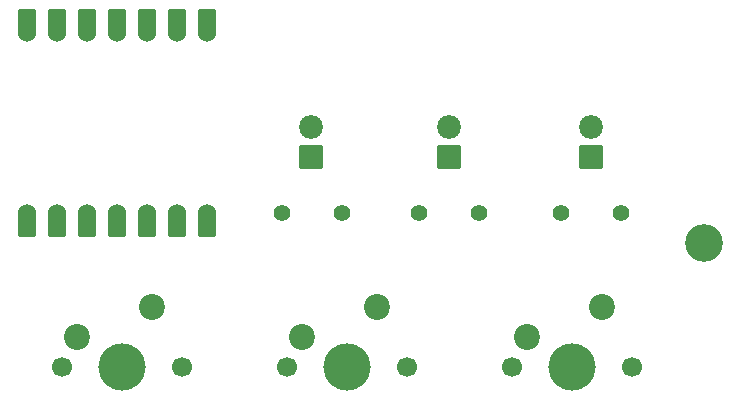
<source format=gts>
G04 #@! TF.GenerationSoftware,KiCad,Pcbnew,9.0.2*
G04 #@! TF.CreationDate,2025-07-04T00:17:09-05:00*
G04 #@! TF.ProjectId,pathfinder,70617468-6669-46e6-9465-722e6b696361,rev?*
G04 #@! TF.SameCoordinates,Original*
G04 #@! TF.FileFunction,Soldermask,Top*
G04 #@! TF.FilePolarity,Negative*
%FSLAX46Y46*%
G04 Gerber Fmt 4.6, Leading zero omitted, Abs format (unit mm)*
G04 Created by KiCad (PCBNEW 9.0.2) date 2025-07-04 00:17:09*
%MOMM*%
%LPD*%
G01*
G04 APERTURE LIST*
G04 Aperture macros list*
%AMRoundRect*
0 Rectangle with rounded corners*
0 $1 Rounding radius*
0 $2 $3 $4 $5 $6 $7 $8 $9 X,Y pos of 4 corners*
0 Add a 4 corners polygon primitive as box body*
4,1,4,$2,$3,$4,$5,$6,$7,$8,$9,$2,$3,0*
0 Add four circle primitives for the rounded corners*
1,1,$1+$1,$2,$3*
1,1,$1+$1,$4,$5*
1,1,$1+$1,$6,$7*
1,1,$1+$1,$8,$9*
0 Add four rect primitives between the rounded corners*
20,1,$1+$1,$2,$3,$4,$5,0*
20,1,$1+$1,$4,$5,$6,$7,0*
20,1,$1+$1,$6,$7,$8,$9,0*
20,1,$1+$1,$8,$9,$2,$3,0*%
G04 Aperture macros list end*
%ADD10RoundRect,0.152400X-0.609600X1.063600X-0.609600X-1.063600X0.609600X-1.063600X0.609600X1.063600X0*%
%ADD11C,1.524000*%
%ADD12RoundRect,0.152400X0.609600X-1.063600X0.609600X1.063600X-0.609600X1.063600X-0.609600X-1.063600X0*%
%ADD13C,2.019000*%
%ADD14RoundRect,0.102000X0.907500X-0.907500X0.907500X0.907500X-0.907500X0.907500X-0.907500X-0.907500X0*%
%ADD15C,1.400000*%
%ADD16C,3.200000*%
%ADD17C,1.700000*%
%ADD18C,4.000000*%
%ADD19C,2.200000*%
G04 APERTURE END LIST*
D10*
X88841000Y-92835000D03*
D11*
X88841000Y-92000000D03*
D10*
X91381000Y-92835000D03*
D11*
X91381000Y-92000000D03*
D10*
X93921000Y-92835000D03*
D11*
X93921000Y-92000000D03*
D10*
X96461000Y-92835000D03*
D11*
X96461000Y-92000000D03*
D10*
X99001000Y-92835000D03*
D11*
X99001000Y-92000000D03*
D10*
X101541000Y-92835000D03*
D11*
X101541000Y-92000000D03*
D10*
X104081000Y-92835000D03*
D11*
X104081000Y-92000000D03*
X104081000Y-76760000D03*
D12*
X104081000Y-75925000D03*
D11*
X101541000Y-76760000D03*
D12*
X101541000Y-75925000D03*
D11*
X99001000Y-76760000D03*
D12*
X99001000Y-75925000D03*
D11*
X96461000Y-76760000D03*
D12*
X96461000Y-75925000D03*
D11*
X93921000Y-76760000D03*
D12*
X93921000Y-75925000D03*
D11*
X91381000Y-76760000D03*
D12*
X91381000Y-75925000D03*
D11*
X88841000Y-76760000D03*
D12*
X88841000Y-75925000D03*
D13*
X136600000Y-84730000D03*
D14*
X136600000Y-87270000D03*
D13*
X112933000Y-84730000D03*
D14*
X112933000Y-87270000D03*
D15*
X127140000Y-92000000D03*
X122060000Y-92000000D03*
X115540000Y-92000000D03*
X110460000Y-92000000D03*
D16*
X146225000Y-94500000D03*
D17*
X129940000Y-105000000D03*
D18*
X135020000Y-105000000D03*
D17*
X140100000Y-105000000D03*
D19*
X137560000Y-99920000D03*
X131210000Y-102460000D03*
D17*
X110890000Y-105000000D03*
D18*
X115970000Y-105000000D03*
D17*
X121050000Y-105000000D03*
D19*
X118510000Y-99920000D03*
X112160000Y-102460000D03*
D15*
X139140000Y-92000000D03*
X134060000Y-92000000D03*
D13*
X124600000Y-84730000D03*
D14*
X124600000Y-87270000D03*
D17*
X91840000Y-105000000D03*
D18*
X96920000Y-105000000D03*
D17*
X102000000Y-105000000D03*
D19*
X99460000Y-99920000D03*
X93110000Y-102460000D03*
M02*

</source>
